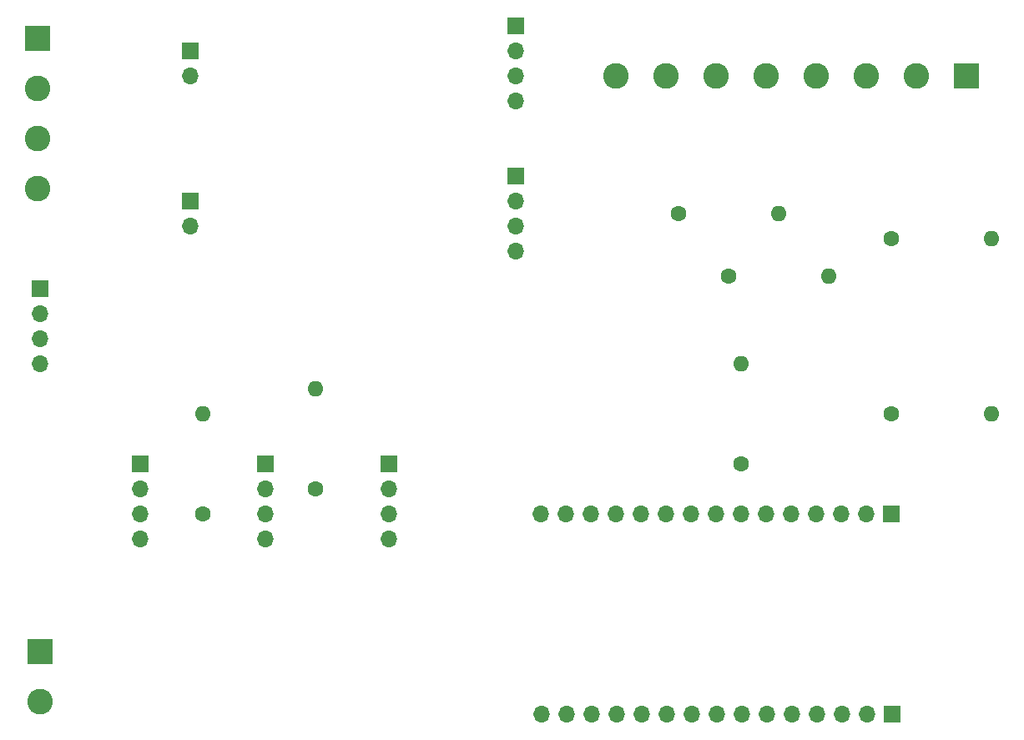
<source format=gbr>
%TF.GenerationSoftware,KiCad,Pcbnew,7.0.6-7.0.6~ubuntu22.04.1*%
%TF.CreationDate,2023-08-09T23:03:42+04:00*%
%TF.ProjectId,ESP 8266 ,45535020-3832-4363-9620-2e6b69636164,rev?*%
%TF.SameCoordinates,Original*%
%TF.FileFunction,Soldermask,Top*%
%TF.FilePolarity,Negative*%
%FSLAX46Y46*%
G04 Gerber Fmt 4.6, Leading zero omitted, Abs format (unit mm)*
G04 Created by KiCad (PCBNEW 7.0.6-7.0.6~ubuntu22.04.1) date 2023-08-09 23:03:42*
%MOMM*%
%LPD*%
G01*
G04 APERTURE LIST*
%ADD10C,1.600000*%
%ADD11O,1.600000X1.600000*%
%ADD12R,1.700000X1.700000*%
%ADD13O,1.700000X1.700000*%
%ADD14R,2.600000X2.600000*%
%ADD15C,2.600000*%
G04 APERTURE END LIST*
D10*
%TO.C,10k Ohm*%
X241300000Y-63500000D03*
D11*
X251460000Y-63500000D03*
%TD*%
D12*
%TO.C,REF\u002A\u002A*%
X170180000Y-44450000D03*
D13*
X170180000Y-46990000D03*
%TD*%
D10*
%TO.C,10k Ohm*%
X171450000Y-91440000D03*
D11*
X171450000Y-81280000D03*
%TD*%
D14*
%TO.C,SWitchs*%
X248920000Y-46990000D03*
D15*
X243840000Y-46990000D03*
X238760000Y-46990000D03*
X233680000Y-46990000D03*
X228600000Y-46990000D03*
X223520000Y-46990000D03*
X218440000Y-46990000D03*
X213360000Y-46990000D03*
%TD*%
D12*
%TO.C,REF\u002A\u002A*%
X203200000Y-57150000D03*
D13*
X203200000Y-59690000D03*
X203200000Y-62230000D03*
X203200000Y-64770000D03*
%TD*%
D12*
%TO.C,BMP 180 Outside*%
X177800000Y-86360000D03*
D13*
X177800000Y-88900000D03*
X177800000Y-91440000D03*
X177800000Y-93980000D03*
%TD*%
D12*
%TO.C,REF\u002A\u002A*%
X203200000Y-41910000D03*
D13*
X203200000Y-44450000D03*
X203200000Y-46990000D03*
X203200000Y-49530000D03*
%TD*%
D14*
%TO.C,Sensors pins*%
X154635000Y-43180000D03*
D15*
X154635000Y-48260000D03*
X154635000Y-53340000D03*
X154635000Y-58420000D03*
%TD*%
D12*
%TO.C,BMP 180 Inside*%
X165100000Y-86360000D03*
D13*
X165100000Y-88900000D03*
X165100000Y-91440000D03*
X165100000Y-93980000D03*
%TD*%
D10*
%TO.C,10k Ohm*%
X226060000Y-86360000D03*
D11*
X226060000Y-76200000D03*
%TD*%
D10*
%TO.C,10k Ohm*%
X182880000Y-88900000D03*
D11*
X182880000Y-78740000D03*
%TD*%
D12*
%TO.C,OLed 126X64*%
X190325000Y-86360000D03*
D13*
X190325000Y-88900000D03*
X190325000Y-91440000D03*
X190325000Y-93980000D03*
%TD*%
D10*
%TO.C,10k Ohm*%
X224790000Y-67310000D03*
D11*
X234950000Y-67310000D03*
%TD*%
D12*
%TO.C,REF\u002A\u002A*%
X241300000Y-91440000D03*
D13*
X238760000Y-91440000D03*
X236220000Y-91440000D03*
X233680000Y-91440000D03*
X231140000Y-91440000D03*
X228600000Y-91440000D03*
X226060000Y-91440000D03*
X223520000Y-91440000D03*
X220980000Y-91440000D03*
X218440000Y-91440000D03*
X215900000Y-91440000D03*
X213360000Y-91440000D03*
X210820000Y-91440000D03*
X208280000Y-91440000D03*
X205740000Y-91440000D03*
%TD*%
D10*
%TO.C,10k Ohm*%
X219710000Y-60960000D03*
D11*
X229870000Y-60960000D03*
%TD*%
D12*
%TO.C,Relay*%
X154940000Y-68580000D03*
D13*
X154940000Y-71120000D03*
X154940000Y-73660000D03*
X154940000Y-76200000D03*
%TD*%
D12*
%TO.C,REF\u002A\u002A*%
X241330000Y-111735000D03*
D13*
X238790000Y-111735000D03*
X236250000Y-111735000D03*
X233710000Y-111735000D03*
X231170000Y-111735000D03*
X228630000Y-111735000D03*
X226090000Y-111735000D03*
X223550000Y-111735000D03*
X221010000Y-111735000D03*
X218470000Y-111735000D03*
X215930000Y-111735000D03*
X213390000Y-111735000D03*
X210850000Y-111735000D03*
X208310000Y-111735000D03*
X205770000Y-111735000D03*
%TD*%
D14*
%TO.C,Power*%
X154940000Y-105410000D03*
D15*
X154940000Y-110490000D03*
%TD*%
D12*
%TO.C,REF\u002A\u002A*%
X170180000Y-59690000D03*
D13*
X170180000Y-62230000D03*
%TD*%
D10*
%TO.C,10k Ohm*%
X241300000Y-81280000D03*
D11*
X251460000Y-81280000D03*
%TD*%
M02*

</source>
